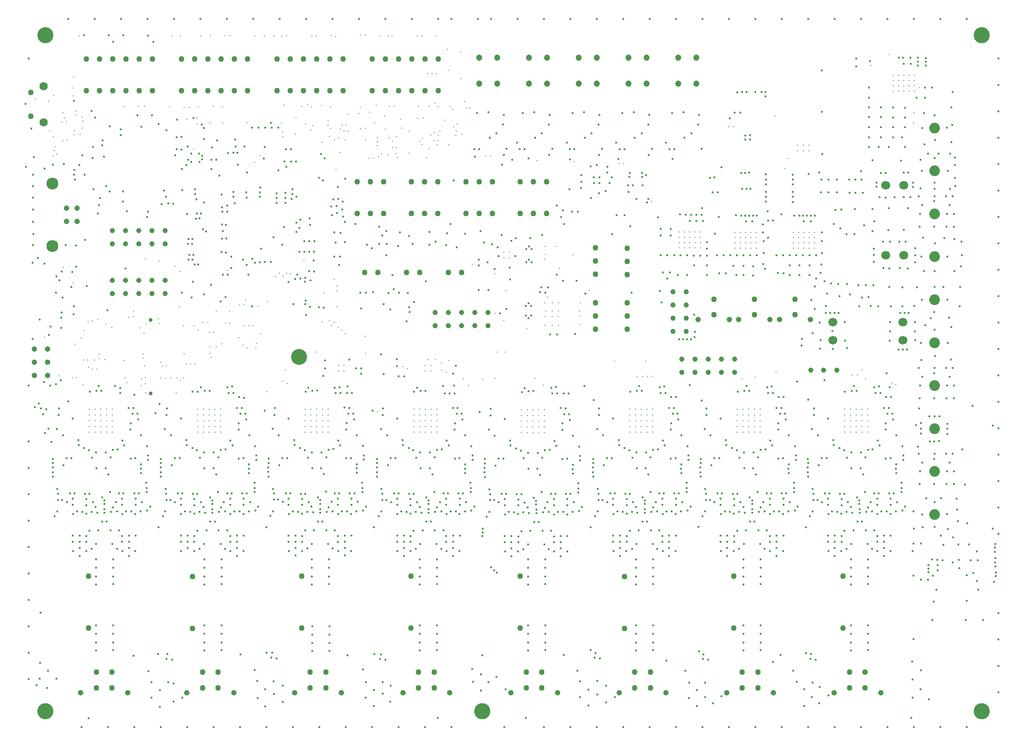
<source format=gbr>
G04 CAM350 V10.5 (Build 464) Date:  Wed Nov 01 10:35:07 2023 *
G04 Database: (Untitled) *
G04 Layer 1: drl *
%FSLAX25Y25*%
%MOIN*%
%SFA1.000B1.000*%

%MIA0B0*%
%IPPOS*%
%ADD10C,0.00984*%
%ADD11C,0.01575*%
%ADD12C,0.03937*%
%ADD13C,0.04134*%
%ADD14C,0.04331*%
%ADD15C,0.04724*%
%ADD16C,0.06299*%
%ADD17C,0.06693*%
%ADD18C,0.08071*%
%ADD19C,0.09055*%
%ADD20C,0.12205*%
%ADD21C,0.02953*%
%ADD22C,0.12008*%
%LNdrl*%
%LPD*%
G54D10*
X543337Y230848D03*
Y235179D03*
Y239510D03*
Y243841D03*
Y248171D03*
X547668D03*
X551998D03*
X556329D03*
X560660D03*
Y243841D03*
X556329D03*
X551998D03*
X547668D03*
Y239510D03*
X551998D03*
X556329D03*
X560660D03*
Y235179D03*
X556329D03*
X551998D03*
X547668D03*
Y230848D03*
X551998D03*
X556329D03*
X560660D03*
X624637D03*
X628968D03*
X633298D03*
X637629D03*
X641960D03*
Y235179D03*
X637629D03*
X633298D03*
X628968D03*
X624637D03*
Y239510D03*
X628968D03*
X633298D03*
X637629D03*
X641960D03*
Y243841D03*
X637629D03*
X633298D03*
X628968D03*
X624637D03*
Y248171D03*
X628968D03*
X633298D03*
X637629D03*
X641960D03*
X479360D03*
X475029D03*
X470698D03*
X466368D03*
X462037D03*
Y243841D03*
X466368D03*
X470698D03*
X475029D03*
X479360D03*
Y239510D03*
X475029D03*
X470698D03*
X466368D03*
X462037D03*
Y235179D03*
X466368D03*
X470698D03*
X475029D03*
X479360D03*
Y230848D03*
X475029D03*
X470698D03*
X466368D03*
X462037D03*
X397304Y230551D03*
X392973D03*
X388643D03*
X384312D03*
X379981D03*
Y234882D03*
X384312D03*
X388643D03*
X392973D03*
X397304D03*
Y239212D03*
X392973D03*
X388643D03*
X384312D03*
X379981D03*
Y243543D03*
X384312D03*
X388643D03*
X392973D03*
X397304D03*
Y247874D03*
X392973D03*
X388643D03*
X384312D03*
X379981D03*
X315777Y248171D03*
X311446D03*
X307116D03*
X302785D03*
X298454D03*
Y243841D03*
Y239510D03*
X302785D03*
X307116D03*
X311446D03*
X315777D03*
Y243841D03*
X311446D03*
X307116D03*
X302785D03*
Y235179D03*
X298454D03*
Y230848D03*
X302785D03*
X307116D03*
Y235179D03*
X311446D03*
X315777D03*
Y230848D03*
X311446D03*
X271358Y246654D03*
X233721Y248267D03*
Y243936D03*
Y239606D03*
Y235275D03*
Y230944D03*
X229391D03*
X225060D03*
X220729D03*
X216399D03*
Y235275D03*
X220729D03*
X225060D03*
X229391D03*
Y239606D03*
X225060D03*
X220729D03*
X216399D03*
Y243936D03*
X220729D03*
X225060D03*
X229391D03*
Y248267D03*
X225060D03*
X220729D03*
X216399D03*
X152194Y248171D03*
X147864D03*
X143533D03*
X139202D03*
X134871D03*
Y243841D03*
X139202D03*
X143533D03*
X147864D03*
X152194D03*
Y239510D03*
X147864D03*
X143533D03*
X139202D03*
X134871D03*
Y235179D03*
X139202D03*
X143533D03*
X147864D03*
X152194D03*
Y230848D03*
X147864D03*
X143533D03*
X139202D03*
X134871D03*
X70403D03*
X66072D03*
X61742D03*
X57411D03*
X53080D03*
Y235179D03*
X57411D03*
X61742D03*
X66072D03*
X70403D03*
Y239510D03*
X66072D03*
X61742D03*
X57411D03*
X53080D03*
Y243841D03*
X57411D03*
X61742D03*
X66072D03*
X70403D03*
Y248171D03*
X66072D03*
X61742D03*
X57411D03*
X53080D03*
X48163Y267027D03*
X43263Y272327D03*
X40163D03*
X29763Y273527D03*
X52263Y279927D03*
X55263Y278627D03*
X58463D03*
X56863Y285527D03*
X60263Y286627D03*
Y289791D03*
X64463Y286027D03*
X51593Y285527D03*
X48463Y285427D03*
X46763Y302327D03*
X49363Y308027D03*
X51763Y314427D03*
X55063Y315327D03*
X59413Y316218D03*
X65145Y312827D03*
X69991Y310401D03*
X82663Y317927D03*
X85812Y318678D03*
X86302Y322175D03*
X91263Y309927D03*
X94163Y305827D03*
X95663Y312827D03*
X105863Y313227D03*
X105016Y316800D03*
X124207Y311491D03*
X131940D03*
X135263Y308127D03*
X138934Y314198D03*
X142663Y313927D03*
X143663Y306527D03*
X146940Y306491D03*
X148963Y295427D03*
X143999Y295701D03*
X144204Y290691D03*
X145028Y287477D03*
X132885Y282427D03*
X129736Y282627D03*
X126297D03*
X124563Y290127D03*
X124363Y271927D03*
X121763Y270127D03*
X119263Y272027D03*
X114163D03*
X110463Y271627D03*
X106863Y271927D03*
X108163Y281027D03*
X111263Y281227D03*
X106963Y283927D03*
X94463Y281127D03*
X93463Y286827D03*
Y289995D03*
X78863Y285127D03*
X79963Y271927D03*
X81163Y268527D03*
X92163Y266373D03*
X95263Y267627D03*
Y272127D03*
X92163Y271127D03*
X95470Y261040D03*
X118663Y260727D03*
X121063Y325827D03*
X121463Y352527D03*
X117563Y356427D03*
X105700Y360427D03*
X95163Y362327D03*
X33063Y355927D03*
X40465Y344408D03*
X42063Y297727D03*
X19063Y303027D03*
X153363Y298027D03*
X169163Y296827D03*
X172223Y294547D03*
X166363Y302427D03*
X170289Y311522D03*
X173463Y311527D03*
X159163Y313427D03*
X156063Y313747D03*
X158763Y322351D03*
X149063Y322527D03*
X166663Y327362D03*
X169799Y327479D03*
X171099Y330967D03*
X157744Y353596D03*
X193463Y349027D03*
X196463Y351227D03*
X199563Y349227D03*
X202263Y351127D03*
X205363Y350827D03*
X215363Y361027D03*
X238363Y346527D03*
X240263Y341427D03*
Y337927D03*
X230663Y336527D03*
X240263Y325827D03*
X237763Y314327D03*
X234663Y315307D03*
X236263Y311427D03*
X241423Y310327D03*
X243956Y308398D03*
X246461Y305753D03*
X261463Y303427D03*
X261855Y290546D03*
X245641Y281435D03*
Y277104D03*
X241310D03*
Y281435D03*
X224573Y291527D03*
X228796Y314584D03*
X176663Y311427D03*
X182594Y305427D03*
X179163Y298327D03*
X178963Y294827D03*
X180663Y326127D03*
X187563Y329927D03*
X201373Y278027D03*
X199263Y269427D03*
X202598Y267927D03*
X187423Y261727D03*
X290326Y280475D03*
X293563Y278927D03*
X307086Y277205D03*
X311417D03*
Y281536D03*
X307086D03*
X309363Y285927D03*
X314865Y285967D03*
X319263Y283127D03*
X319428Y277855D03*
X322763Y276327D03*
X324873Y285096D03*
X335902Y271127D03*
X339963Y266127D03*
X350562Y270977D03*
X359813Y271577D03*
X361642Y291548D03*
X367542D03*
X366473Y315427D03*
X360039Y320965D03*
X368110Y338386D03*
X359547Y350886D03*
X366727Y362946D03*
X371058D03*
Y367276D03*
X366727D03*
X398263Y365727D03*
X397563Y362027D03*
X398063Y371727D03*
X405963Y371627D03*
X418763Y365227D03*
X408463Y354827D03*
X408363Y328927D03*
X403163D03*
X397463D03*
X399508Y333268D03*
X398163Y322727D03*
X397563Y318427D03*
X403163D03*
Y322727D03*
X407863Y323027D03*
X408063Y318427D03*
Y311827D03*
X403163D03*
X397563D03*
X383863Y309727D03*
X424263Y312527D03*
X423963Y318873D03*
Y322427D03*
X424578Y328876D03*
X431102Y338288D03*
X450129Y284683D03*
X473863Y284464D03*
X475163Y273327D03*
X479063Y273217D03*
X471555Y272858D03*
X467263Y272827D03*
X396563Y266527D03*
X390363Y271727D03*
X342716Y357763D03*
X478263Y405727D03*
X499362Y382549D03*
Y378549D03*
Y374550D03*
Y370550D03*
X503362D03*
X507362D03*
Y374550D03*
Y378549D03*
Y382549D03*
X511362D03*
X515362D03*
Y378549D03*
X511362D03*
Y374550D03*
X515362D03*
Y370550D03*
X511362D03*
X503362Y374550D03*
Y378549D03*
Y382549D03*
X541712Y382149D03*
Y378150D03*
Y374150D03*
Y370150D03*
X545712D03*
X549712D03*
Y374150D03*
Y378150D03*
Y382149D03*
X553712D03*
X557712D03*
Y378150D03*
X553712D03*
Y374150D03*
X557712D03*
Y370150D03*
X553712D03*
X545712Y374150D03*
Y378150D03*
Y382149D03*
X585711Y382150D03*
X589711D03*
Y378150D03*
X585711D03*
Y374150D03*
X589711D03*
Y370150D03*
X585711D03*
X593711D03*
X597711D03*
X601711D03*
Y374150D03*
X597711D03*
Y378150D03*
X601711D03*
Y382150D03*
X597711D03*
X593711D03*
Y378150D03*
Y374150D03*
X572612Y276255D03*
X556963Y272727D03*
X547003Y271063D03*
X630373Y274327D03*
X634263Y274227D03*
X637463Y277827D03*
X640387Y271278D03*
X660363Y268127D03*
X663289Y266927D03*
X676563Y465327D03*
X676763Y472927D03*
X677292Y489397D03*
Y493397D03*
Y497397D03*
Y501397D03*
X673292D03*
X669292D03*
Y497397D03*
Y493397D03*
Y489397D03*
X673292D03*
Y493397D03*
Y497397D03*
X665292D03*
Y493397D03*
Y489397D03*
X661292D03*
Y493397D03*
Y497397D03*
Y501397D03*
X665292D03*
X658363Y517027D03*
X644259Y508708D03*
X681100Y491865D03*
X597452Y448110D03*
X593121D03*
X588790D03*
Y443779D03*
X593121D03*
X597452D03*
X581821Y438244D03*
X579329Y430547D03*
X571910Y470313D03*
X540700Y462127D03*
X536763D03*
X457177Y434251D03*
X454063Y434627D03*
X419563Y435827D03*
X391663Y436427D03*
X356331Y440392D03*
X352963Y440027D03*
X334863Y456427D03*
X330363Y455627D03*
X330463Y458827D03*
X331263Y464127D03*
X338563Y476527D03*
X341063D03*
X336911Y481327D03*
X333863Y498927D03*
Y518527D03*
X323763Y521027D03*
X324563Y504900D03*
X315563Y502227D03*
X312363Y502527D03*
X309063D03*
X309763Y477527D03*
X316806D03*
X314463Y480027D03*
X325782Y477638D03*
X327817Y475603D03*
X328663Y462326D03*
X322063Y467127D03*
X318363Y458927D03*
X316863Y456027D03*
X316563Y451527D03*
X313463Y451427D03*
X315963Y448427D03*
X309963Y445738D03*
X304663Y448727D03*
X302863Y451327D03*
X304963Y453627D03*
X311363Y455927D03*
X313963Y457927D03*
X305663Y469027D03*
X301663Y468727D03*
X301963Y477527D03*
X283490Y477627D03*
X279763D03*
X276163Y470527D03*
X276913Y460560D03*
X280063Y453866D03*
X282383Y451327D03*
X282263Y446527D03*
X285363Y446427D03*
X284763Y441927D03*
X285813Y438827D03*
X278463Y440827D03*
X273963Y441727D03*
X271463Y439827D03*
X267814Y438478D03*
X264563Y438327D03*
X270463Y447927D03*
X270763Y451027D03*
X271063Y454127D03*
X262063Y452527D03*
X261812Y461326D03*
X257863Y460927D03*
X248563Y458927D03*
X245463D03*
X242763Y460727D03*
X244263Y463627D03*
X247363D03*
X248263Y471427D03*
X256963Y472127D03*
X257763Y477027D03*
X264763Y473227D03*
X269763Y478627D03*
X268963Y465127D03*
X288363Y467927D03*
X289121Y461354D03*
X295063Y459027D03*
X285263Y454827D03*
X294863Y442327D03*
X308163Y439027D03*
X325063Y448727D03*
X246587Y452288D03*
X241263Y454027D03*
X238672Y452288D03*
X234663Y455027D03*
X235147Y460927D03*
X233463Y463627D03*
Y466727D03*
X235463Y477127D03*
X228691Y478227D03*
X220763Y477127D03*
X218063Y479227D03*
X213563Y477627D03*
X209263Y469127D03*
X216663Y464127D03*
X221863Y463245D03*
X220463Y460027D03*
X208763Y456727D03*
X199363Y458427D03*
Y454527D03*
X198250Y464790D03*
X200263Y478427D03*
X198703Y531017D03*
X202363Y531227D03*
X192663Y531027D03*
X185163D03*
X177963D03*
X221163D03*
X224663D03*
X235763Y531227D03*
X239363Y530727D03*
X258073Y531427D03*
X261863D03*
X272663Y531027D03*
X278763Y530927D03*
X282063D03*
X300802Y530878D03*
X304490Y530827D03*
X315502Y530778D03*
X242663Y442627D03*
X239663Y429927D03*
X229071Y450550D03*
X181963Y440427D03*
X178063Y435131D03*
X172363Y465227D03*
X154063Y465127D03*
X143963D03*
X134363Y464427D03*
X134263Y468927D03*
X126563Y467827D03*
X128263Y476927D03*
X124545Y476980D03*
X135363Y477027D03*
X146463Y477527D03*
X153736Y477227D03*
X113653Y477517D03*
X94627Y477791D03*
X90063Y477427D03*
X78990Y477455D03*
X47713Y469527D03*
X48063Y466427D03*
X47563Y461327D03*
X45763Y456827D03*
X40771Y456229D03*
X41700Y459200D03*
X36163Y452227D03*
X32963Y451627D03*
X27063Y447127D03*
X26100Y444100D03*
X28163Y441727D03*
X25510Y439966D03*
X25463Y454827D03*
X22853Y459353D03*
X32363Y465827D03*
X35663Y466327D03*
X33763Y468827D03*
X32909Y472804D03*
X42800Y474101D03*
X43063Y470927D03*
X40663Y485527D03*
X40063Y491427D03*
X40963Y500027D03*
X25763Y486078D03*
X22063Y481627D03*
X45241Y531406D03*
X115623Y530895D03*
X121963Y531327D03*
X137263Y530927D03*
X144463Y531627D03*
X155563Y531127D03*
X159263D03*
X131963Y445527D03*
X12063Y483327D03*
G54D11*
X7000Y44001D03*
X15248Y44197D03*
X12792Y39157D03*
X15445Y56304D03*
X7000Y64000D03*
Y84001D03*
X15912Y94302D03*
X21744Y50201D03*
X28043Y44197D03*
X20760Y37406D03*
X52416Y14274D03*
X47000Y7500D03*
X67000D03*
X87000D03*
X107000D03*
X106291Y23036D03*
X106094Y35733D03*
X100090Y41653D03*
X97433Y50004D03*
X104988Y62868D03*
X111930Y62791D03*
X111306Y59359D03*
X115440Y58735D03*
X116626Y40457D03*
X112689Y41540D03*
X116532Y26776D03*
X123319Y30024D03*
X99992Y29827D03*
X86212Y61520D03*
X70844Y65936D03*
Y71743D03*
Y78337D03*
Y84538D03*
X57855D03*
Y78337D03*
Y71743D03*
Y65736D03*
X139787D03*
Y71743D03*
Y78337D03*
Y84538D03*
X152775D03*
Y78337D03*
Y71743D03*
Y65936D03*
X167315Y62504D03*
X167000Y7500D03*
X147000D03*
X127000D03*
X187000D03*
X185917Y23134D03*
X180208Y29729D03*
X185974Y36126D03*
X192512Y32682D03*
X192315Y42277D03*
X199134Y38784D03*
Y26481D03*
X207000Y7500D03*
X227000D03*
X247000D03*
X267000D03*
X268201Y23430D03*
Y35733D03*
X274893Y32947D03*
X274992Y41737D03*
X280799Y38784D03*
X280602Y26875D03*
X262000Y29827D03*
X262393Y41730D03*
X259835Y51382D03*
X268632Y62791D03*
X273482Y62652D03*
X272858Y59220D03*
X276992Y58596D03*
X248220Y62012D03*
X234745Y65336D03*
Y71143D03*
Y77738D03*
Y83938D03*
X221756D03*
Y77738D03*
Y71143D03*
Y65136D03*
X191192Y63797D03*
X190568Y60365D03*
X194702Y59741D03*
X186888Y64039D03*
X177945Y51087D03*
X179913Y42426D03*
X287000Y7500D03*
X307000D03*
X316724Y14473D03*
X327000Y7500D03*
X316030Y65936D03*
Y71743D03*
Y78337D03*
Y84538D03*
X303041D03*
Y78337D03*
Y71743D03*
Y65736D03*
X350220Y61777D03*
X349106Y47642D03*
X342512Y51579D03*
X343201Y41835D03*
X355012Y41540D03*
X360819Y45674D03*
X367905Y36422D03*
X349303Y35339D03*
X367000Y7500D03*
X383161Y14473D03*
X397000Y7500D03*
X417000D03*
X437000D03*
X457000D03*
X477000D03*
X450681Y30418D03*
X443976Y26284D03*
X437393Y32288D03*
X437295Y42524D03*
X443976Y39079D03*
X430738Y36028D03*
X424401Y30123D03*
Y42327D03*
X422138Y50161D03*
X411803Y62406D03*
X397797Y65936D03*
Y71743D03*
Y78337D03*
Y84538D03*
X384808D03*
Y78337D03*
Y71743D03*
Y65736D03*
X432276Y66066D03*
X435826Y63587D03*
X435202Y60155D03*
X439336Y59531D03*
X466653Y65736D03*
Y71743D03*
Y78337D03*
Y84538D03*
X479642D03*
Y78337D03*
Y71743D03*
Y65936D03*
X430504Y23823D03*
X506685Y29434D03*
X506882Y41245D03*
X512492Y35634D03*
X518890Y30319D03*
X525018Y25497D03*
X531094Y30812D03*
X518791Y41245D03*
X517102Y59297D03*
X517726Y62729D03*
X514098Y64974D03*
X521236Y58673D03*
X503830Y50300D03*
X489559Y57780D03*
X512689Y23430D03*
X517000Y7500D03*
X497000D03*
X537000D03*
X557000D03*
X577000D03*
X597000D03*
X593992Y23430D03*
X599598Y30319D03*
X605307Y25497D03*
X605504Y37898D03*
X600287Y41343D03*
X593988Y36126D03*
X588181Y41807D03*
X585523Y50103D03*
X575976Y62406D03*
X570169Y56993D03*
X561059Y65936D03*
Y71743D03*
Y78337D03*
Y84538D03*
X548070D03*
Y78337D03*
Y71743D03*
Y65736D03*
X595140Y63493D03*
X599080Y62807D03*
X598456Y59375D03*
X602590Y58751D03*
X629221Y65736D03*
Y71743D03*
Y78337D03*
Y84538D03*
X642210D03*
Y78337D03*
Y71743D03*
Y65936D03*
X637000Y7500D03*
X617000D03*
X612098Y31697D03*
X675976Y29827D03*
X681882Y36347D03*
X675779Y43705D03*
X682275Y50595D03*
X675681Y57386D03*
X676626Y74419D03*
X690822Y88459D03*
X716301Y88693D03*
X729354Y88666D03*
X741000Y94001D03*
Y74001D03*
Y54001D03*
Y34000D03*
X717000Y7500D03*
X697000D03*
X677000D03*
X675090Y14742D03*
X657000Y7500D03*
X688194Y28704D03*
X691914Y102733D03*
X694020Y111703D03*
X691368Y122311D03*
X687858Y124807D03*
X687780Y127615D03*
Y130267D03*
X694878Y130345D03*
X694722Y134167D03*
X698466Y134011D03*
X690744Y134635D03*
X694956Y126133D03*
X687546Y119191D03*
X682164Y119249D03*
X676468Y122249D03*
X675924Y140875D03*
X676704Y146569D03*
X682320D03*
X683436Y158939D03*
X676884Y158081D03*
X676572Y170795D03*
X683202Y168611D03*
X686166Y181013D03*
X692484Y177971D03*
X697632Y180935D03*
X709254Y180467D03*
X709722Y172121D03*
X710268Y163697D03*
X717132Y161903D03*
X718668Y145867D03*
X710712Y145945D03*
X706524Y151295D03*
X702702Y157613D03*
X697164Y152621D03*
X699402Y145555D03*
X706290Y132419D03*
X711024Y134323D03*
X711336Y127849D03*
X716952Y122701D03*
X721866Y124417D03*
X724440Y118333D03*
X725610Y111703D03*
X716871Y103392D03*
X719760Y134089D03*
X725298D03*
X724752Y140719D03*
X738402Y140251D03*
Y143449D03*
X738480Y146413D03*
X741000Y154000D03*
X736632Y158081D03*
X741000Y174001D03*
Y194001D03*
Y214000D03*
Y234000D03*
X736710Y236003D03*
X741000Y254001D03*
X721188Y250823D03*
X707226Y256673D03*
X701532D03*
X692328D03*
X681096D03*
X680940Y248951D03*
X682110Y237797D03*
X682344Y233741D03*
X682266Y229763D03*
X678600Y236237D03*
X688662Y243023D03*
X692484D03*
X696150D03*
X702234Y237329D03*
Y233663D03*
Y229529D03*
X695994Y224147D03*
X692406Y224069D03*
X689052D03*
X692484Y214605D03*
X692406Y210705D03*
X683124Y207897D03*
X681486Y201345D03*
X681096Y191673D03*
X692328D03*
X701532D03*
X707226D03*
X715572Y191231D03*
X707382Y201345D03*
X701922D03*
X703794Y207897D03*
X701298Y214605D03*
X706368D03*
X713466Y217907D03*
X679848Y220091D03*
X680628Y214605D03*
X668956Y213153D03*
Y210053D03*
X663457Y206653D03*
X663356Y203353D03*
X663457Y200053D03*
X667556Y192653D03*
X667668Y188453D03*
Y185474D03*
X661664Y184489D03*
X658317Y184470D03*
X659400Y180435D03*
Y175907D03*
X664258Y178073D03*
X663289Y170808D03*
X668215Y171601D03*
X670375Y174548D03*
X659253Y168938D03*
X656301Y170808D03*
X652313D03*
X649361Y168938D03*
X645325Y170808D03*
X642256Y173953D03*
X644356Y178073D03*
X649214Y175907D03*
Y180435D03*
X650297Y184470D03*
X646950Y184489D03*
Y156536D03*
X649214Y152297D03*
Y147770D03*
X654332Y147973D03*
Y152501D03*
X659400Y152482D03*
X659253Y140985D03*
X654332Y143248D03*
Y137343D03*
X649361Y140800D03*
X645325Y142670D03*
X692484Y159173D03*
X701922Y168767D03*
X738480Y135571D03*
X738402Y132295D03*
X738558Y129253D03*
X738870Y124651D03*
X738948Y121843D03*
X737544Y117631D03*
X659256Y211153D03*
X655657Y211053D03*
X650957Y220953D03*
X649440Y224608D03*
X645756Y218053D03*
X655562Y232876D03*
X655719Y237738D03*
X661357Y240453D03*
X660680Y244786D03*
X657038Y244884D03*
X657924Y249313D03*
X654282Y249412D03*
X655907Y257520D03*
X659549D03*
X663556Y228553D03*
X668160Y220349D03*
X642156Y217453D03*
X636832Y215588D03*
X640357Y211953D03*
X636657Y203453D03*
X638657Y199053D03*
X629756Y203453D03*
X626387Y211653D03*
X629521Y215588D03*
X624157Y217153D03*
X620621Y218801D03*
X616389Y221262D03*
X616026Y224918D03*
X604357Y228553D03*
X599755Y233368D03*
X601144Y243910D03*
X601330Y249018D03*
X596941Y255516D03*
X578249Y257520D03*
X574607D03*
X572982Y249412D03*
X576624Y249313D03*
X575738Y244884D03*
X579380Y244786D03*
X580056Y240453D03*
X574420Y237738D03*
X574262Y232876D03*
X582257Y228553D03*
X586861Y220349D03*
X587656Y213153D03*
Y210053D03*
X582156Y206653D03*
X582057Y203353D03*
X582156Y200053D03*
X586256Y192653D03*
X586368Y188453D03*
Y185474D03*
X580364Y184489D03*
X577017Y184470D03*
X578100Y180435D03*
Y175907D03*
X582958Y178073D03*
X581989Y170808D03*
X586915Y171601D03*
X589075Y174548D03*
X600101Y170814D03*
X598230Y167363D03*
X595116Y158971D03*
X611965Y152482D03*
Y147955D03*
X617033Y147973D03*
Y152501D03*
X622151Y152297D03*
Y147770D03*
X622005Y140800D03*
X626040Y142670D03*
X629434Y146103D03*
X629218Y134499D03*
X629221Y128298D03*
Y121704D03*
Y115696D03*
X642210Y115896D03*
Y121704D03*
Y128298D03*
X642213Y134499D03*
X641931Y146103D03*
X640454Y156536D03*
X631301Y156438D03*
X624415Y156351D03*
X622049Y169134D03*
X619052Y170623D03*
X615064Y170808D03*
X612112Y168938D03*
X611965Y175907D03*
Y180435D03*
X613048Y184470D03*
X609701Y184489D03*
X607383Y178091D03*
X603889Y179741D03*
X600936D03*
X600838Y184352D03*
X600256Y187953D03*
X596857Y197253D03*
X596656Y200753D03*
Y204153D03*
X596857Y207553D03*
X596756Y210753D03*
X607258Y211234D03*
X610877Y211124D03*
X604957Y205853D03*
X577956Y211153D03*
X574357Y211053D03*
X569656Y220953D03*
X568140Y224608D03*
X564457Y218053D03*
X560856Y217453D03*
X555532Y215588D03*
X559056Y211953D03*
X555356Y203453D03*
X557357Y199053D03*
X548456Y203453D03*
X545087Y211653D03*
X548221Y215588D03*
X542856Y217153D03*
X539321Y218801D03*
X535089Y221262D03*
X534726Y224918D03*
X523056Y228553D03*
X518455Y233368D03*
X519844Y243910D03*
X520030Y249018D03*
X516134Y254926D03*
X496949Y257520D03*
X493307D03*
X491682Y249412D03*
X495324Y249313D03*
X494438Y244884D03*
X498080Y244786D03*
X498757Y240453D03*
X493120Y237738D03*
X492962Y232876D03*
X500957Y228553D03*
X505560Y220349D03*
X506357Y213153D03*
Y210053D03*
X500856Y206653D03*
X500757Y203353D03*
X500856Y200053D03*
X504956Y192653D03*
X505068Y188453D03*
Y185474D03*
X499064Y184489D03*
X495717Y184470D03*
X496800Y180435D03*
Y175907D03*
X501658Y178073D03*
X500689Y170808D03*
X505615Y171601D03*
X507775Y174548D03*
X518801Y170814D03*
X516930Y167363D03*
X513762Y159127D03*
X530665Y152482D03*
Y147955D03*
X535733Y147973D03*
Y152501D03*
X540851Y152297D03*
Y147770D03*
X540705Y140800D03*
X544740Y142670D03*
X548135Y146103D03*
X548067Y134499D03*
X548070Y128298D03*
Y121704D03*
Y115696D03*
X561059Y115896D03*
Y121704D03*
Y128298D03*
X561062Y134499D03*
X564025Y142670D03*
X568061Y140800D03*
X567914Y147770D03*
Y152297D03*
X573032Y152501D03*
Y147973D03*
Y143248D03*
Y137343D03*
X577953Y140985D03*
X578100Y152482D03*
X565650Y156536D03*
X559154D03*
X550001Y156438D03*
X543115Y156351D03*
X540749Y169134D03*
X537752Y170623D03*
X533764Y170808D03*
X530812Y168938D03*
X530665Y175907D03*
Y180435D03*
X531748Y184470D03*
X528401Y184489D03*
X526083Y178091D03*
X522589Y179741D03*
X519636D03*
X519538Y184352D03*
X518956Y187953D03*
X515557Y197253D03*
X515356Y200753D03*
Y204153D03*
X515557Y207553D03*
X515456Y210753D03*
X525958Y211234D03*
X529577Y211124D03*
X523657Y205853D03*
X496657Y211153D03*
X493057Y211053D03*
X488356Y220953D03*
X486840Y224608D03*
X487697Y184470D03*
X486614Y180435D03*
Y175907D03*
X486760Y168938D03*
X489713Y170808D03*
X493701D03*
X496653Y168938D03*
X496800Y152482D03*
X491732Y152501D03*
Y147973D03*
Y143248D03*
Y137343D03*
X486760Y140800D03*
X486614Y147770D03*
Y152297D03*
X496653Y140985D03*
X530812D03*
X535733Y143248D03*
Y137343D03*
X560631Y146103D03*
X556300Y163130D03*
X552855D03*
X554557Y169823D03*
Y172481D03*
X554430Y176602D03*
Y179370D03*
X552757Y181553D03*
X558757Y185753D03*
X565650Y184489D03*
X568997Y184470D03*
X567914Y180435D03*
Y175907D03*
X563056Y178073D03*
X560956Y173953D03*
X559556Y170553D03*
X564025Y170808D03*
X568061Y168938D03*
X571013Y170808D03*
X575001D03*
X577953Y168938D03*
X549057Y170053D03*
X544740Y170623D03*
X547856Y174353D03*
X545709Y177888D03*
X540851Y175723D03*
Y180250D03*
X539768Y184286D03*
X543115Y184304D03*
X530660Y241242D03*
X611960D03*
X621068Y184286D03*
X624415Y184304D03*
X622151Y180250D03*
Y175723D03*
X627009Y177888D03*
X629157Y174353D03*
X630356Y170053D03*
X626040Y170623D03*
X635857Y169823D03*
Y172481D03*
X635730Y176602D03*
Y179370D03*
X634056Y181553D03*
X640056Y185753D03*
X640857Y170553D03*
X637600Y163130D03*
X634155D03*
X617033Y143248D03*
Y137343D03*
X612112Y140985D03*
X482725Y142670D03*
X479331Y146103D03*
X477854Y156536D03*
X484350D03*
X468701Y156438D03*
X461815Y156351D03*
X459551Y152297D03*
Y147770D03*
X454433Y147973D03*
Y152501D03*
X449365Y152482D03*
Y147955D03*
X449512Y140985D03*
X454433Y143248D03*
Y137343D03*
X459405Y140800D03*
X463440Y142670D03*
X466834Y146103D03*
X466650Y134499D03*
X466653Y128298D03*
Y121704D03*
Y115696D03*
X479642Y115896D03*
Y121704D03*
Y128298D03*
X479646Y134499D03*
X475000Y163130D03*
X471555D03*
X473256Y169823D03*
Y172481D03*
X473130Y176602D03*
Y179370D03*
X471457Y181553D03*
X477456Y185753D03*
X484350Y184489D03*
X481756Y178073D03*
X479656Y173953D03*
X478257Y170553D03*
X482725Y170808D03*
X467756Y170053D03*
X463440Y170623D03*
X459449Y169134D03*
X456452Y170623D03*
X452464Y170808D03*
X449512Y168938D03*
X449365Y175907D03*
Y180435D03*
X450448Y184470D03*
X447101Y184489D03*
X444783Y178091D03*
X441289Y179741D03*
X438336D03*
X438238Y184352D03*
X437656Y187953D03*
X434256Y197253D03*
X434056Y200753D03*
Y204153D03*
X434256Y207553D03*
X434157Y210753D03*
X424301Y209755D03*
Y212855D03*
X423505Y220052D03*
X418901Y228256D03*
X410907Y232578D03*
X411064Y237441D03*
X416701Y240155D03*
X416025Y244488D03*
X412383Y244586D03*
X413269Y249015D03*
X409627Y249114D03*
X438730Y249018D03*
X438544Y243910D03*
X437155Y233368D03*
X441757Y228553D03*
X453426Y224918D03*
X453789Y221262D03*
X458021Y218801D03*
X461556Y217153D03*
X466921Y215588D03*
X463787Y211653D03*
X467156Y203453D03*
X474056D03*
X476057Y199053D03*
X477757Y211953D03*
X474232Y215588D03*
X479557Y217453D03*
X483157Y218053D03*
X448277Y211124D03*
X444658Y211234D03*
X442357Y205853D03*
X418801Y206355D03*
X418701Y203056D03*
X418801Y199756D03*
X422901Y192356D03*
X423012Y188156D03*
Y185177D03*
X417008Y184191D03*
X413662Y184173D03*
X414744Y180137D03*
Y175610D03*
X419602Y177775D03*
X418633Y170510D03*
X423559Y171304D03*
X425720Y174250D03*
X437501Y170814D03*
X435630Y167363D03*
X432174Y158815D03*
X414744Y152185D03*
X409677Y152203D03*
Y147675D03*
Y142951D03*
Y137045D03*
X404705Y140502D03*
X400670Y142372D03*
X397275Y145805D03*
X404558Y147472D03*
Y152000D03*
X402295Y156238D03*
X395799D03*
X386645Y156140D03*
X379759Y156053D03*
X377496Y152000D03*
Y147472D03*
X372377Y147675D03*
Y152203D03*
X367310Y152185D03*
Y147657D03*
X367456Y140687D03*
X372377Y142951D03*
Y137045D03*
X377349Y140502D03*
X381384Y142372D03*
X384779Y145805D03*
X384804Y134499D03*
X384808Y128298D03*
Y121704D03*
Y115696D03*
X397797Y115896D03*
Y121704D03*
Y128298D03*
X397800Y134499D03*
X414598Y140687D03*
Y168640D03*
X411645Y170510D03*
X407658D03*
X404705Y168640D03*
X400670Y170510D03*
X396201Y170255D03*
X397601Y173655D03*
X399701Y177775D03*
X404558Y175610D03*
Y180137D03*
X405641Y184173D03*
X402295Y184191D03*
X395401Y185456D03*
X389401Y181256D03*
X391074Y179073D03*
Y176304D03*
X391201Y172183D03*
Y169526D03*
X385701Y169756D03*
X381384Y170325D03*
X377393Y168837D03*
X374396Y170325D03*
X370409Y170510D03*
X367456Y168640D03*
X367310Y175610D03*
Y180137D03*
X368392Y184173D03*
X365046Y184191D03*
X362728Y177793D03*
X359233Y179443D03*
X356280D03*
X356182Y184055D03*
X355601Y187656D03*
X352201Y196956D03*
X352001Y200455D03*
Y203856D03*
X352201Y207256D03*
X352101Y210456D03*
X342774Y210053D03*
Y213153D03*
X341978Y220349D03*
X337374Y228553D03*
X335174Y240453D03*
X334498Y244786D03*
X330856Y244884D03*
X331742Y249313D03*
X348122Y246363D03*
X356674Y248720D03*
X356488Y243613D03*
X355099Y233070D03*
X359701Y228256D03*
X371371Y224620D03*
X371733Y220964D03*
X375966Y218503D03*
X379501Y216856D03*
X384866Y215290D03*
X381732Y211356D03*
X385101Y203155D03*
X392001D03*
X394001Y198756D03*
X395701Y211655D03*
X392177Y215290D03*
X397501Y217155D03*
X401101Y217756D03*
X406301Y220656D03*
X404784Y224311D03*
X411001Y210756D03*
X414601Y210856D03*
X366221Y210826D03*
X362602Y210936D03*
X360301Y205555D03*
X337274Y206653D03*
X337174Y203353D03*
X337274Y200053D03*
X341374Y192653D03*
X341485Y188453D03*
Y185474D03*
X335481Y184489D03*
X332135Y184470D03*
X333217Y180435D03*
Y175907D03*
X338075Y178073D03*
X337106Y170808D03*
X342032Y171601D03*
X344193Y174548D03*
X355446Y170516D03*
X353574Y167065D03*
X350610Y157873D03*
X350454Y155064D03*
X350376Y152257D03*
X333217Y152482D03*
X333071Y140985D03*
Y168938D03*
X330118Y170808D03*
X333074Y211153D03*
X367304Y240944D03*
X376413Y183988D03*
X379759Y184006D03*
X377496Y179952D03*
Y175425D03*
X382353Y177590D03*
X384501Y174055D03*
X389499Y162833D03*
X392944D03*
X361296Y124488D03*
X359112Y126360D03*
X356909Y128563D03*
X459551Y175723D03*
Y180250D03*
X458468Y184286D03*
X461815Y184304D03*
X464409Y177888D03*
X466557Y174353D03*
X449360Y241242D03*
X434638Y255418D03*
X328100Y249412D03*
X329537Y237738D03*
X329379Y232876D03*
X323257Y224608D03*
X324774Y220953D03*
X319574Y218053D03*
X315974Y217453D03*
X310650Y215588D03*
X314174Y211953D03*
X310474Y203453D03*
X312474Y199053D03*
X303574Y203453D03*
X300205Y211653D03*
X303338Y215588D03*
X297974Y217153D03*
X294438Y218801D03*
X290206Y221262D03*
X289844Y224918D03*
X278174Y228553D03*
X273572Y233368D03*
X274961Y243910D03*
X275147Y249018D03*
X267413Y247150D03*
X252442Y244881D03*
X248800Y244980D03*
X249686Y249409D03*
X246044Y249507D03*
X247481Y237834D03*
X247324Y232972D03*
X255318Y228649D03*
X259922Y220445D03*
X260718Y213249D03*
Y210149D03*
X255218Y206749D03*
X255118Y203449D03*
X255218Y200149D03*
X259318Y192749D03*
X259429Y188549D03*
Y185570D03*
X253425Y184585D03*
X250079Y184566D03*
X251162Y180531D03*
Y176003D03*
X256019Y178169D03*
X255051Y170904D03*
X259977Y171697D03*
X262137Y174644D03*
X273919Y170814D03*
X272047Y167363D03*
X268374Y158893D03*
X251162Y152578D03*
X246094Y152596D03*
Y148069D03*
Y143344D03*
Y137439D03*
X241122Y140896D03*
X237087Y142766D03*
X233692Y146199D03*
X240976Y147866D03*
Y152393D03*
X238712Y156632D03*
X232216D03*
X223062Y156533D03*
X216177Y156447D03*
X213913Y152393D03*
Y147866D03*
X208795Y148069D03*
Y152596D03*
X203727Y152578D03*
Y148051D03*
X203873Y141081D03*
X208795Y143344D03*
Y137439D03*
X213766Y140896D03*
X217802Y142766D03*
X221196Y146199D03*
X221153Y134499D03*
X221156Y128298D03*
Y121704D03*
Y115696D03*
X234145Y115896D03*
Y121704D03*
Y128298D03*
X234148Y134499D03*
X251015Y141081D03*
Y169033D03*
X248062Y170904D03*
X244075D03*
X241122Y169033D03*
X237087Y170904D03*
X232618Y170649D03*
X234018Y174049D03*
X236118Y178169D03*
X240976Y176003D03*
Y180531D03*
X242058Y184566D03*
X238712Y184585D03*
X231818Y185849D03*
X225818Y181649D03*
X227492Y179466D03*
Y176698D03*
X227618Y172577D03*
Y169919D03*
X222118Y170149D03*
X217802Y170718D03*
X213810Y169230D03*
X210814Y170718D03*
X206826Y170904D03*
X203873Y169033D03*
X203727Y176003D03*
Y180531D03*
X204810Y184566D03*
X201463Y184585D03*
X199145Y178187D03*
X195651Y179836D03*
X192698D03*
X192599Y184448D03*
X192018Y188049D03*
X188618Y197349D03*
X188418Y200849D03*
Y204249D03*
X188618Y207649D03*
X188518Y210849D03*
X179191Y210053D03*
Y213153D03*
X178395Y220349D03*
X173791Y228553D03*
X173691Y206653D03*
X173591Y203353D03*
X173691Y200053D03*
X177791Y192653D03*
X177902Y188453D03*
Y185474D03*
X174492Y178073D03*
X173524Y170808D03*
X178449Y171601D03*
X180610Y174548D03*
X191863Y170910D03*
X189992Y167459D03*
X186864Y158971D03*
X225917Y163226D03*
X229362D03*
X220918Y174449D03*
X218771Y177984D03*
X213913Y175819D03*
Y180346D03*
X212830Y184382D03*
X216177Y184400D03*
X221518Y203549D03*
X228418D03*
X230418Y199149D03*
X232118Y212049D03*
X228594Y215684D03*
X233918Y217549D03*
X237518Y218149D03*
X242718Y221049D03*
X241202Y224704D03*
X247418Y211149D03*
X251018Y211249D03*
X270574Y210753D03*
X270674Y207553D03*
X270474Y204153D03*
Y200753D03*
X270674Y197253D03*
X274074Y187953D03*
X274655Y184352D03*
X274753Y179741D03*
X277706D03*
X281201Y178091D03*
X285783Y175907D03*
Y180435D03*
X286865Y184470D03*
X283519Y184489D03*
X294886Y184286D03*
X298232Y184304D03*
X295968Y180250D03*
Y175723D03*
X295866Y169134D03*
X292869Y170623D03*
X288882Y170808D03*
X285929Y168938D03*
X299857Y170623D03*
X304174Y170053D03*
X302974Y174353D03*
X300826Y177888D03*
X309547Y176602D03*
Y179370D03*
X307874Y181553D03*
X313874Y185753D03*
X320768Y184489D03*
X324114Y184470D03*
X323031Y180435D03*
Y175907D03*
X318174Y178073D03*
X316074Y173953D03*
X314674Y170553D03*
X319142Y170808D03*
X323178Y168938D03*
X326131Y170808D03*
X309674Y169823D03*
Y172481D03*
X307972Y163130D03*
X311417D03*
X314271Y156536D03*
X320768D03*
X323031Y152297D03*
Y147770D03*
X328150Y147973D03*
Y152501D03*
Y143248D03*
Y137343D03*
X323178Y140800D03*
X319142Y142670D03*
X315748Y146103D03*
X316033Y134499D03*
X316030Y128298D03*
Y121704D03*
Y115896D03*
X303041Y115696D03*
Y121704D03*
Y128298D03*
X303037Y134499D03*
X299857Y142670D03*
X295822Y140800D03*
X295968Y147770D03*
Y152297D03*
X290850Y152501D03*
Y147973D03*
Y143248D03*
Y137343D03*
X285929Y140985D03*
X285783Y147955D03*
Y152482D03*
X298232Y156351D03*
X305118Y156438D03*
X303252Y146103D03*
X284694Y211124D03*
X281075Y211234D03*
X278774Y205853D03*
X285777Y241242D03*
X253118Y240549D03*
X203721Y241338D03*
X192906Y244006D03*
X193092Y249114D03*
X185720Y247347D03*
X191517Y233464D03*
X196118Y228649D03*
X207788Y225014D03*
X208151Y221358D03*
X212383Y218897D03*
X215918Y217249D03*
X221283Y215684D03*
X218149Y211749D03*
X202639Y211220D03*
X199019Y211330D03*
X196718Y205949D03*
X329474Y211053D03*
X169491Y211153D03*
X165891Y211053D03*
X161191Y220953D03*
X159675Y224608D03*
X155991Y218053D03*
X152391Y217453D03*
X147067Y215588D03*
X150591Y211953D03*
X146891Y203453D03*
X148891Y199053D03*
X139991Y203453D03*
X136622Y211653D03*
X139756Y215588D03*
X134391Y217153D03*
X130856Y218801D03*
X126623Y221262D03*
X126261Y224918D03*
X114591Y228553D03*
X109990Y233368D03*
X111378Y243910D03*
X111564Y249018D03*
X106000Y252300D03*
X102775Y245228D03*
X89123Y244786D03*
X85482Y244884D03*
X86368Y249313D03*
X82726Y249412D03*
X84163Y237738D03*
X84005Y232876D03*
X92000Y228553D03*
X96604Y220349D03*
X97400Y213153D03*
Y210053D03*
X91900Y206653D03*
X91800Y203353D03*
X91900Y200053D03*
X96000Y192653D03*
X96111Y188453D03*
Y185474D03*
X90107Y184489D03*
X86761Y184470D03*
X87843Y180435D03*
Y175907D03*
X92701Y178073D03*
X91732Y170808D03*
X96658Y171601D03*
X98819Y174548D03*
X110336Y170814D03*
X108464Y167363D03*
X105276Y158815D03*
X122200Y152482D03*
Y147955D03*
X127268Y147973D03*
Y152501D03*
X132386Y152297D03*
Y147770D03*
X132239Y140800D03*
X136275Y142670D03*
X139669Y146103D03*
X139783Y134499D03*
X139787Y128298D03*
Y121704D03*
Y115696D03*
X152775Y115896D03*
Y121704D03*
Y128298D03*
X152779Y134499D03*
X155560Y142670D03*
X159595Y140800D03*
X159449Y147770D03*
Y152297D03*
X164567Y152501D03*
Y147973D03*
Y143248D03*
Y137343D03*
X169488Y140985D03*
X169634Y152482D03*
X157185Y156536D03*
X150689D03*
X141535Y156438D03*
X134650Y156351D03*
X132283Y169134D03*
X129286Y170623D03*
X125299Y170808D03*
X122346Y168938D03*
X122200Y175907D03*
Y180435D03*
X123282Y184470D03*
X119936Y184489D03*
X117618Y178091D03*
X114123Y179741D03*
X111171D03*
X111072Y184352D03*
X110491Y187953D03*
X107091Y197253D03*
X106891Y200753D03*
Y204153D03*
X107091Y207553D03*
X106991Y210753D03*
X117492Y211234D03*
X121112Y211124D03*
X115191Y205853D03*
X87700Y211153D03*
X84100Y211053D03*
X79400Y220953D03*
X77883Y224608D03*
X74200Y218053D03*
X70600Y217453D03*
X65276Y215588D03*
X68800Y211953D03*
X65100Y203453D03*
X67100Y199053D03*
X58200Y203453D03*
X54831Y211653D03*
X57964Y215588D03*
X52600Y217153D03*
X49064Y218801D03*
X44832Y221262D03*
X44470Y224918D03*
X32800Y228553D03*
X28198Y233368D03*
X22017Y233519D03*
X19289Y230284D03*
X24234Y223711D03*
X25200Y210753D03*
X25300Y207553D03*
X25100Y204153D03*
Y200753D03*
X25300Y197253D03*
X28700Y187953D03*
X29281Y184352D03*
X29379Y179741D03*
X32332D03*
X35827Y178091D03*
X40409Y175907D03*
Y180435D03*
X41491Y184470D03*
X38145Y184489D03*
X49512Y184286D03*
X52858Y184304D03*
X50594Y180250D03*
Y175723D03*
X50492Y169134D03*
X47495Y170623D03*
X43508Y170808D03*
X40555Y168938D03*
X28545Y170814D03*
X26673Y167363D03*
X40409Y152482D03*
Y147955D03*
X45476Y147973D03*
Y152501D03*
X50594Y152297D03*
Y147770D03*
X50448Y140800D03*
X54483Y142670D03*
X57878Y146103D03*
X57852Y134499D03*
X57855Y128298D03*
Y121704D03*
Y115696D03*
X70844Y115896D03*
Y121704D03*
Y128298D03*
X70848Y134499D03*
X73768Y142670D03*
X77804Y140800D03*
X77657Y147770D03*
Y152297D03*
X82775Y152501D03*
Y147973D03*
Y143248D03*
Y137343D03*
X87697Y140985D03*
X87843Y152482D03*
X75393Y156536D03*
X68897D03*
X59744Y156438D03*
X52858Y156351D03*
X54483Y170623D03*
X58800Y170053D03*
X57600Y174353D03*
X55452Y177888D03*
X64173Y176602D03*
Y179370D03*
X62500Y181553D03*
X68500Y185753D03*
X75393Y184489D03*
X78740Y184470D03*
X77657Y180435D03*
Y175907D03*
X72799Y178073D03*
X70700Y173953D03*
X69300Y170553D03*
X73768Y170808D03*
X77804Y168938D03*
X80757Y170808D03*
X84744D03*
X87697Y168938D03*
X64300Y169823D03*
Y172481D03*
X62598Y163130D03*
X66043D03*
X70374Y146103D03*
X45476Y143248D03*
Y137343D03*
X40555Y140985D03*
X39320Y211124D03*
X35701Y211234D03*
X33400Y205853D03*
X29587Y243910D03*
X29773Y249018D03*
X20162Y248114D03*
X17982Y244546D03*
X40403Y241242D03*
X36803Y254138D03*
X89800Y240453D03*
X122194Y241242D03*
X165954Y237738D03*
X165797Y232876D03*
X171591Y240453D03*
X170915Y244786D03*
X167273Y244884D03*
X168159Y249313D03*
X164517Y249412D03*
X166142Y257520D03*
X169763Y257027D03*
X168552Y184470D03*
X171898Y184489D03*
X169634Y180435D03*
Y175907D03*
X169488Y168938D03*
X166535Y170808D03*
X162548D03*
X159595Y168938D03*
X155560Y170808D03*
X151091Y170553D03*
X152491Y173953D03*
X154591Y178073D03*
X159449Y175907D03*
Y180435D03*
X160531Y184470D03*
X157185Y184489D03*
X150291Y185753D03*
X144291Y181553D03*
X145964Y179370D03*
Y176602D03*
X146091Y172481D03*
Y169823D03*
X140591Y170053D03*
X136275Y170623D03*
X139391Y174353D03*
X137244Y177888D03*
X132386Y175723D03*
Y180250D03*
X131303Y184286D03*
X134650Y184304D03*
X144390Y163130D03*
X147834D03*
X152165Y146103D03*
X127268Y143248D03*
X122346Y140985D03*
X7000Y144001D03*
Y124000D03*
Y104000D03*
Y164000D03*
Y184000D03*
Y204001D03*
Y224000D03*
X11488Y249939D03*
X16225Y248803D03*
X14736Y252695D03*
X7000Y266400D03*
X9800Y301553D03*
X15300Y316401D03*
X14063Y363027D03*
X9800Y359153D03*
X10352Y372579D03*
X10466Y381005D03*
X10321Y390184D03*
X10249Y399580D03*
Y408614D03*
X60864Y408173D03*
X60273Y403055D03*
X59128Y396584D03*
X81252Y398197D03*
X78363Y405456D03*
X78225Y413386D03*
X68300Y413153D03*
X109297Y413912D03*
X111063Y409127D03*
X112524Y404155D03*
X116300Y403901D03*
X107589Y403550D03*
X97163Y398027D03*
X96750Y393997D03*
X126763Y396227D03*
X134330Y396553D03*
X137211Y396519D03*
X136400Y392901D03*
X133600Y392753D03*
X138800Y384453D03*
X141200Y383001D03*
X153800Y383353D03*
X153100Y388153D03*
X156300Y388042D03*
X156473Y377520D03*
X153337Y377507D03*
X152817Y367167D03*
X156400Y367001D03*
X160363Y363827D03*
X160169Y355246D03*
X157587Y350246D03*
X153900Y350253D03*
X145008Y342446D03*
X139693Y335360D03*
X130175Y333027D03*
X122863Y336427D03*
X131163Y344927D03*
X132438Y357963D03*
X135275Y357985D03*
X130800Y361553D03*
X127760Y361548D03*
X128660Y365096D03*
X131700Y365101D03*
X130635Y373553D03*
X127594Y373548D03*
X127800Y377353D03*
X130900D03*
X134000Y407353D03*
X132900Y411253D03*
X123347Y414356D03*
X139500Y405001D03*
X153100Y401401D03*
X153697Y397766D03*
X157381Y397771D03*
X157163Y402427D03*
X162800Y404253D03*
X161891Y409129D03*
X161900Y412901D03*
X171751Y412699D03*
X171900Y408453D03*
X153000Y410975D03*
X169094Y361654D03*
X172055Y357437D03*
X173327Y350412D03*
X156019Y333411D03*
X152263Y330027D03*
X157325Y264891D03*
X160925Y265591D03*
X161811Y260473D03*
X158163Y260527D03*
X143782Y262420D03*
X140140Y262321D03*
X137149Y265025D03*
X134990Y261616D03*
X130763Y261527D03*
X86947Y259311D03*
X76378Y260571D03*
X76100Y264201D03*
X72200Y265900D03*
X60039Y265886D03*
X58348Y262321D03*
X61990Y262420D03*
X53198Y261616D03*
X31363Y270227D03*
X27618Y267414D03*
X23299Y266278D03*
X18674Y268855D03*
X22263Y304727D03*
X23700Y310853D03*
X31563Y309999D03*
Y317627D03*
X31826Y321627D03*
X41000Y320101D03*
X41400Y326201D03*
X32700Y332801D03*
X27500Y336501D03*
X30300Y345953D03*
X27963Y348827D03*
X31863Y352727D03*
X39790Y352151D03*
X43063Y356327D03*
X42860Y372241D03*
X34890Y372434D03*
X49429Y376637D03*
X50900Y341553D03*
X39371Y340901D03*
X18799Y358588D03*
X80263Y354827D03*
X66425Y323273D03*
X175763Y326327D03*
X207163Y327794D03*
X216385Y327894D03*
X216483Y330749D03*
X219928Y326024D03*
X226663Y325627D03*
X230363Y325127D03*
X216978Y319524D03*
X215963Y345027D03*
X216363Y348027D03*
X212437Y347249D03*
X208463Y347027D03*
X210363Y350327D03*
X219263Y352927D03*
X222892Y352630D03*
X222563Y361027D03*
X223038Y367592D03*
X219412Y367649D03*
X215708Y367486D03*
X211909Y367461D03*
X215719Y375591D03*
X219389Y375675D03*
X223118Y375682D03*
X219854Y387833D03*
X219657Y392951D03*
X212663Y392027D03*
X209663Y389527D03*
X212000Y385601D03*
X209618Y382715D03*
X200122Y386103D03*
X198913Y373076D03*
X192120Y378732D03*
X182775Y370020D03*
X181988Y359489D03*
X185617Y359876D03*
X190256D03*
X178092Y359102D03*
X176100Y362201D03*
X203748Y344671D03*
X220127Y345927D03*
X241963Y357627D03*
X242663Y364027D03*
X238259Y364018D03*
X239283Y374662D03*
X246323Y375042D03*
X242976Y382031D03*
X238161Y382321D03*
X236684Y395154D03*
X240326Y396789D03*
X239826Y402405D03*
X235775Y401905D03*
X237570Y407321D03*
X241170Y407449D03*
X244460Y405648D03*
X244263Y399545D03*
X244846Y394137D03*
X246225Y390102D03*
X254099Y388428D03*
X272210Y386755D03*
X277578Y383221D03*
X274572Y379963D03*
X272407Y373467D03*
X277968Y373471D03*
X277432Y364801D03*
X286586Y371789D03*
X287865Y382419D03*
X295005Y379556D03*
X297708Y373463D03*
X310208Y372971D03*
X314791Y375320D03*
X322807Y372675D03*
X323539Y381718D03*
X326110Y388706D03*
X310174Y382647D03*
X307747Y345313D03*
X293968Y336160D03*
X287252Y336738D03*
X283281Y339289D03*
X279246Y336237D03*
X275455Y327977D03*
X280673Y323874D03*
X295083Y325735D03*
X295247Y322085D03*
X292885Y314801D03*
X298440Y329643D03*
X282356Y349889D03*
X267485Y336851D03*
X262373Y336652D03*
X257944D03*
X258638Y324748D03*
X258633Y279270D03*
Y275234D03*
X254499Y279270D03*
X249571Y285963D03*
X231300Y285372D03*
Y279270D03*
X229998Y273475D03*
X225309Y262516D03*
X221667Y262417D03*
X218732Y264604D03*
X216517Y261712D03*
X239421Y260608D03*
X243022Y260598D03*
X242393Y264801D03*
X238744Y264702D03*
X248291Y265686D03*
X248077Y260569D03*
X251723Y260517D03*
X275425Y274939D03*
X286783Y273364D03*
X291114D03*
X285602Y281041D03*
X285624Y286258D03*
X273498Y289804D03*
X300787Y264508D03*
X298572Y261616D03*
X303722Y262321D03*
X307364Y262420D03*
X321842Y260339D03*
X325562Y260372D03*
X329303D03*
X328953Y266155D03*
X320563Y266027D03*
X328363Y275127D03*
X266507Y370215D03*
X263038Y372906D03*
X209561Y409133D03*
X206063Y407727D03*
X206613Y411417D03*
X201286Y412101D03*
X201274Y408183D03*
X201300Y404501D03*
X194437Y404533D03*
X194440Y408135D03*
X194437Y411816D03*
X182007Y412710D03*
X182000Y409101D03*
X337331Y381324D03*
X349043Y383096D03*
X351575Y374548D03*
X357647Y373270D03*
X361920Y370865D03*
X362495Y364324D03*
X359716Y354467D03*
X354104Y359588D03*
X347665Y357346D03*
X347468Y361680D03*
X347476Y338639D03*
X354990Y338721D03*
X371272Y346691D03*
X370861Y355648D03*
X375290Y364324D03*
X385530Y361677D03*
X383580Y359649D03*
X387480D03*
Y369649D03*
X383580D03*
X385530Y371677D03*
X386684Y377793D03*
X395444Y380254D03*
X375463Y377896D03*
X372412Y375829D03*
X364962Y380303D03*
X330933Y371088D03*
X363653Y320805D03*
X368563Y324327D03*
X383333Y326534D03*
X387233D03*
X385283Y328562D03*
X383333Y319294D03*
X387233D03*
X385283Y317266D03*
X393968Y337048D03*
X397807Y336553D03*
X400070Y340687D03*
X394854D03*
X406566Y350136D03*
X411390Y345513D03*
X421557Y345578D03*
X428220Y335963D03*
X463259Y336553D03*
X484668Y337903D03*
X485882Y329368D03*
X485412Y364850D03*
Y379850D03*
Y384850D03*
X483249Y393449D03*
X474812Y404950D03*
X476055Y407450D03*
X466838Y407527D03*
X460863Y413027D03*
X443673Y413719D03*
X438653Y411848D03*
X432649Y408108D03*
X422708Y397971D03*
X418279D03*
X411291Y399053D03*
X409913Y393837D03*
X412373Y388719D03*
X406580Y402611D03*
X452039Y395116D03*
X457846Y395313D03*
X462177Y387045D03*
X448692Y380942D03*
X420427Y305327D03*
X406814Y304911D03*
X401686Y304802D03*
X402491Y264604D03*
X406035Y265293D03*
X406850Y260176D03*
X403220Y260214D03*
X411950Y260176D03*
X415550Y260126D03*
X427433Y265785D03*
X462155Y261616D03*
X467305Y262321D03*
X470947Y262420D03*
X468996Y265886D03*
X484547Y264902D03*
X485335Y260571D03*
X388891Y262122D03*
X385249Y262024D03*
X382314Y264211D03*
X380099Y261318D03*
X330260Y281357D03*
X488090Y265591D03*
X488976Y260473D03*
X507363Y266627D03*
X508239Y301317D03*
X505287D03*
X502334D03*
X499184D03*
X510973Y303027D03*
X511291Y306829D03*
X510531Y320079D03*
X505412Y349850D03*
X498342D03*
X492098Y351908D03*
X487078Y351809D03*
X490113Y347375D03*
X490412Y364850D03*
X495492D03*
X500412D03*
X505412D03*
X510412Y364650D03*
X515412D03*
X520412Y364450D03*
Y369850D03*
Y374850D03*
X526180Y381275D03*
X529231Y393775D03*
X542235Y395153D03*
X546259Y395055D03*
X549212D03*
X552164D03*
X555117D03*
X557952Y395023D03*
X554712Y390650D03*
X549812Y390550D03*
X562570Y388423D03*
Y382149D03*
X563112Y375750D03*
X566691Y378351D03*
X566591Y391351D03*
X570391Y391251D03*
X576480Y395843D03*
X586177Y395055D03*
X590102D03*
X593055D03*
X596008D03*
X598961D03*
X601913D03*
X598911Y390651D03*
X593611Y390751D03*
X607111Y382350D03*
Y375751D03*
Y366651D03*
X602912Y364850D03*
X597912D03*
X592912D03*
X587912D03*
X582912D03*
X577912D03*
X572912D03*
X563112Y366650D03*
X557912Y364850D03*
X552912D03*
X547912D03*
X542912D03*
X537912D03*
X532912D03*
X527912D03*
X520412Y357350D03*
Y349850D03*
X529598Y351120D03*
X534617Y351219D03*
X542517Y349850D03*
X547912D03*
Y356776D03*
X540412D03*
X555412Y356450D03*
Y349565D03*
X564342Y354467D03*
X562812Y358150D03*
X574086Y351514D03*
X578121Y351415D03*
X582912Y349850D03*
Y357350D03*
X590412D03*
X597912D03*
Y349850D03*
X602912Y347350D03*
X601766Y341303D03*
X609135Y345278D03*
X614328Y343487D03*
X619710Y343409D03*
X626184Y343331D03*
X635039Y342422D03*
X640650D03*
X637494Y333035D03*
X635466Y326405D03*
X628446Y335219D03*
X620724Y333815D03*
X611364Y336077D03*
X610218Y326477D03*
Y321309D03*
X613466D03*
X616813D03*
X620061D03*
X624468Y314393D03*
X624780Y300275D03*
X626184Y294581D03*
X615498Y293957D03*
X605826Y294113D03*
X606138Y300587D03*
X600394Y306004D03*
X592299Y301646D03*
X591973Y296527D03*
X588606Y269227D03*
X609267Y270298D03*
X624755Y261616D03*
X629905Y262321D03*
X633547Y262420D03*
X631596Y265886D03*
X615264Y307529D03*
X605514Y314081D03*
X602082Y324377D03*
X599352Y330861D03*
X606111Y351651D03*
X607011Y357951D03*
X590412Y349850D03*
X585119Y405352D03*
Y409191D03*
Y412931D03*
X564843Y413029D03*
Y409191D03*
Y405451D03*
X566410Y398367D03*
X617604Y399179D03*
X622050Y399491D03*
X632190Y399881D03*
X632658Y412283D03*
X628290D03*
X618540Y412439D03*
X612360D03*
X606684D03*
X638352Y412283D03*
X639210Y387479D03*
X632034Y381083D03*
X625872D03*
X621270Y385373D03*
X616200Y388727D03*
X517303Y391010D03*
X512312Y391050D03*
Y395550D03*
X516312D03*
X516704Y400726D03*
X508312Y395550D03*
X504312D03*
X499862Y395786D03*
X507412Y391050D03*
X492912Y384850D03*
Y379850D03*
X510650Y357350D03*
X524659Y412716D03*
X528658Y412637D03*
X543455Y261616D03*
X548605Y262321D03*
X552247Y262420D03*
X550296Y265886D03*
X565847Y264902D03*
X569390Y265591D03*
X570276Y260473D03*
X566635Y260571D03*
X647934D03*
X651576Y260473D03*
X650690Y265591D03*
X647063Y264927D03*
X658608Y265051D03*
X656231Y275427D03*
X658476Y300275D03*
X658944Y307139D03*
X659022Y314237D03*
X659529Y326378D03*
X668110D03*
X666466Y321309D03*
X669813D03*
X673061D03*
X677274Y326717D03*
X683046Y331241D03*
X679134Y340650D03*
X668208D03*
X658169Y340847D03*
X646358Y342422D03*
X642642Y333113D03*
X644202Y326483D03*
X649901Y326378D03*
X653796Y355109D03*
X658320Y355031D03*
X666354Y355109D03*
X672204Y355031D03*
X677820Y359633D03*
Y364953D03*
Y370163D03*
X682734Y364001D03*
X684528Y352925D03*
X692562D03*
X692640Y340835D03*
X699105Y340783D03*
X702234Y331319D03*
X711516Y326171D03*
X711896Y340783D03*
X707616Y353003D03*
X712686Y356747D03*
X713154Y365015D03*
X712998Y375389D03*
X707538Y377339D03*
X699894Y377963D03*
X701532Y386752D03*
X707226D03*
X707382Y396424D03*
X701922D03*
X703794Y402976D03*
X701298Y409684D03*
X706368D03*
X692484D03*
X692406Y405784D03*
X683124Y402976D03*
X681486Y396424D03*
X681096Y386752D03*
X692328D03*
X693030Y374063D03*
X683904Y378119D03*
X670600Y375311D03*
X665900D03*
X658900D03*
X653562D03*
X646620Y370007D03*
X646698Y365093D03*
Y359867D03*
X645684Y383423D03*
X646932Y390521D03*
X645606Y399959D03*
X657930Y400505D03*
X655716Y408687D03*
X651066Y408851D03*
X662113Y408786D03*
X669101D03*
X674232Y408929D03*
X680628Y409684D03*
X672594Y400427D03*
X669162Y384203D03*
X657696Y383813D03*
X702156Y364001D03*
X703560Y317747D03*
X705120Y310649D03*
X702546Y298715D03*
X704808Y286079D03*
X706368Y279605D03*
X701298D03*
X692484D03*
X692406Y275705D03*
X683124Y272897D03*
X681486Y266345D03*
X680628Y279605D03*
X682578Y285689D03*
X692796Y288575D03*
X692562Y308543D03*
X685698Y311819D03*
X689676Y317279D03*
X692406Y321803D03*
X677687Y314124D03*
Y307136D03*
X677785Y300738D03*
X682188Y298559D03*
X671502Y293567D03*
X668519Y293553D03*
X665418D03*
X703794Y272897D03*
X701922Y266345D03*
X707382D03*
X741000Y274000D03*
Y294001D03*
Y314001D03*
Y334001D03*
Y354000D03*
Y374000D03*
Y394001D03*
Y414001D03*
Y434001D03*
Y454000D03*
Y474000D03*
Y494001D03*
Y514001D03*
X717000Y544001D03*
X697000D03*
X677000D03*
X657000D03*
X665510Y514496D03*
X668561D03*
X669241Y509997D03*
X674441D03*
X674269Y514496D03*
X679978D03*
X680041Y511597D03*
Y508697D03*
X685938Y508485D03*
Y511485D03*
Y514385D03*
X685412Y491794D03*
X690690Y491921D03*
X685412Y484294D03*
X679063Y484127D03*
X670412Y476634D03*
Y469294D03*
Y461794D03*
X661245D03*
Y469294D03*
Y476794D03*
X652078Y476927D03*
Y469427D03*
Y461794D03*
Y454294D03*
X661245D03*
X667912D03*
X670412Y446794D03*
X657863Y446827D03*
X650412Y446794D03*
X642912D03*
Y454294D03*
Y461794D03*
Y469427D03*
Y476927D03*
Y484361D03*
Y491794D03*
X643655Y512061D03*
X645684Y436931D03*
X651846Y427415D03*
X655668D03*
X669240Y427649D03*
X672750Y427571D03*
X676287Y420006D03*
Y416659D03*
X682032Y415559D03*
X692562Y415247D03*
Y419771D03*
X704262Y415325D03*
X708396Y417119D03*
X708006Y423437D03*
Y433343D03*
Y439037D03*
X704418Y442079D03*
X695682Y442001D03*
X692562Y438491D03*
X687492Y442001D03*
X685074Y448865D03*
X692952Y452297D03*
X705120Y450503D03*
X705978Y463529D03*
X701766Y461579D03*
X692640Y470861D03*
X684450Y472733D03*
X683124Y461267D03*
X681876Y437321D03*
X682812Y428819D03*
X702546D03*
X667363Y436661D03*
X648643Y420010D03*
Y416762D03*
X705354Y476947D03*
X706346Y488581D03*
X633363Y507943D03*
X633415Y513932D03*
X637000Y544001D03*
X617000D03*
X597000D03*
X577000D03*
X557000D03*
X537000D03*
X517000D03*
X497000D03*
X494021Y472647D03*
X502599Y473147D03*
X514298Y471326D03*
X513598Y464070D03*
X508480Y457124D03*
X503362Y453876D03*
X495488Y445215D03*
X491840Y445419D03*
X489264Y450379D03*
X494256Y437977D03*
X516255Y445510D03*
X522563Y423727D03*
X526058Y424037D03*
X531356Y431441D03*
X546118Y427220D03*
X549268Y427417D03*
X552319Y427516D03*
X553402Y415212D03*
X550154Y415311D03*
X546906Y415212D03*
X564843Y418541D03*
Y422281D03*
Y426120D03*
X585119Y426021D03*
Y422281D03*
Y418443D03*
X597323Y426466D03*
X605296Y427647D03*
X606762Y422189D03*
X612360D03*
X618618D03*
X627900Y422423D03*
X632502D03*
X637338D03*
X637063Y428527D03*
X607757Y441722D03*
X607166Y473711D03*
X607363Y504911D03*
X564548Y488620D03*
X561629D03*
X557027Y488633D03*
X550178Y488620D03*
X547028D03*
X543328Y488420D03*
X541271Y472960D03*
X545471D03*
X537627Y468651D03*
X549391Y455636D03*
X549293Y452584D03*
X552836D03*
Y455832D03*
X564548Y485372D03*
X476598Y471326D03*
X475898Y464070D03*
X470780Y457124D03*
X465662Y453876D03*
X457788Y445215D03*
X454140Y445419D03*
X451590Y450333D03*
X453306Y437977D03*
X445051Y431927D03*
X444798Y427634D03*
X448369Y423802D03*
X446597Y419668D03*
X439019Y419523D03*
X434816Y419532D03*
X434688Y423854D03*
X439019D03*
X436980Y433108D03*
X432255Y432419D03*
X425197Y425639D03*
X425139Y420455D03*
X424873Y416081D03*
X416381Y414996D03*
X416490Y437665D03*
X416440Y445419D03*
X420088Y445215D03*
X414176Y450333D03*
X403156Y445510D03*
X400985Y440990D03*
X385408Y438360D03*
X382388Y445215D03*
X378740Y445419D03*
X376676Y450334D03*
X368656Y445510D03*
X366486Y440990D03*
X365241Y433727D03*
X372887Y437127D03*
X344663Y439527D03*
X344240Y445419D03*
X347888Y445215D03*
X355762Y453876D03*
X360880Y457124D03*
X365999Y464070D03*
X366699Y471326D03*
X354999Y473147D03*
X346421Y472647D03*
X380921D03*
X389499Y473147D03*
X401198Y471326D03*
X400498Y464070D03*
X395380Y457124D03*
X390262Y453876D03*
X427962D03*
X433080Y457124D03*
X438198Y464070D03*
X438898Y471326D03*
X427199Y473147D03*
X418621Y472647D03*
X456321D03*
X464899Y473147D03*
X478556Y445510D03*
X476385Y440990D03*
X474363Y425527D03*
X471315Y424151D03*
X471115Y427151D03*
X461815Y427251D03*
X461715Y424103D03*
X460626Y417821D03*
X464215Y417951D03*
X471615Y417803D03*
X438685Y440990D03*
X440856Y445510D03*
X437000Y544001D03*
X417000D03*
X397000D03*
X377000D03*
X357000D03*
X347000D03*
X457000D03*
X477000D03*
X327000D03*
X317000D03*
X297000D03*
X277000D03*
X257000D03*
X237000D03*
X217000D03*
X197000D03*
X177000D03*
X175900Y461490D03*
X180925Y461515D03*
X185862D03*
X190878Y461485D03*
X190263Y465127D03*
X195904Y461565D03*
X201463Y445327D03*
X205614D03*
X205500Y435853D03*
X209273Y435858D03*
X200663Y436027D03*
X201800Y431853D03*
X195848Y429401D03*
X184773Y438200D03*
X185700Y446838D03*
X182300Y416301D03*
X206615Y414920D03*
X226500Y423701D03*
X229700Y421701D03*
X241015Y416671D03*
X246730Y422960D03*
X230863Y438127D03*
X228291Y441427D03*
X328571Y421580D03*
X172385Y427564D03*
X165298Y433568D03*
X164764Y442717D03*
X161909D03*
X157800Y442153D03*
X163681Y447343D03*
X163298Y452600D03*
X170100Y447153D03*
X145663Y446627D03*
X149705Y451969D03*
X139496Y452769D03*
X139567Y461319D03*
X137795Y463977D03*
X131563Y468827D03*
X119244Y467462D03*
X119036Y454239D03*
X122731Y454540D03*
X122674Y445075D03*
X119036Y445183D03*
X117873Y440727D03*
X127573Y437339D03*
X129973Y435639D03*
X126163Y433327D03*
X123081Y430375D03*
X136100Y435653D03*
X138400Y437453D03*
Y440353D03*
X136000Y442053D03*
X129873Y442039D03*
X127163Y447227D03*
X145263Y437327D03*
X148928Y437308D03*
X145277Y430280D03*
X151130Y425104D03*
X132900Y415053D03*
X111379Y459749D03*
X105126Y464133D03*
X100262Y470965D03*
X89191D03*
X92129Y462243D03*
X76656Y460104D03*
X76699Y455931D03*
X68333Y462599D03*
X62848Y451999D03*
X62548Y448199D03*
X55563Y446827D03*
X55163Y438627D03*
X63846Y439452D03*
X47563Y440627D03*
X45198Y433101D03*
X41600Y429734D03*
X41400Y426034D03*
X41900Y422334D03*
X49200Y426034D03*
X56004Y415084D03*
X65740Y417126D03*
X33472Y433821D03*
X25158Y433757D03*
X18900Y430753D03*
X41163Y481827D03*
X54563Y474227D03*
X57162Y469326D03*
X48863Y531527D03*
X67463D03*
X71063Y526727D03*
X78563Y531727D03*
X77000Y544001D03*
X97000D03*
X97263Y531227D03*
X101163Y526727D03*
X117000Y544001D03*
X137000D03*
X157000D03*
X57000D03*
X37000D03*
X7000Y514001D03*
X4500Y479653D03*
X9078Y460935D03*
X10775Y439179D03*
X4800Y431953D03*
X10269Y425958D03*
X10334Y417386D03*
G54D12*
X70300Y336053D03*
X80300D03*
X90300D03*
X100300D03*
X110300D03*
Y346053D03*
X100300D03*
X90300D03*
X80300D03*
X70300D03*
Y373547D03*
X80300D03*
X90300D03*
X100300D03*
X110300D03*
Y383547D03*
X100300D03*
X90300D03*
X80300D03*
X70300D03*
X314476Y321639D03*
X324476D03*
Y311639D03*
X314476D03*
X334476D03*
X344476D03*
X354476D03*
Y321639D03*
X344476D03*
X334476D03*
X494587Y317264D03*
Y327264D03*
Y337264D03*
X504586D03*
Y327264D03*
Y317264D03*
Y307264D03*
X494587D03*
X501363Y286227D03*
Y276227D03*
X511363D03*
Y286227D03*
X521363D03*
Y276227D03*
X531363D03*
Y286227D03*
X541363D03*
Y276227D03*
X598912Y277778D03*
X608676D03*
X618676D03*
G54D13*
X11263Y274027D03*
Y284027D03*
Y294027D03*
X21263D03*
Y284027D03*
Y274027D03*
X35700Y390753D03*
X43600D03*
Y400674D03*
X35700D03*
G54D14*
X52307Y82457D03*
X131047Y82333D03*
X213724Y82457D03*
X296401D03*
X379079D03*
X457819Y82333D03*
X540496Y82457D03*
X623173D03*
Y121827D03*
X540496D03*
X457819Y121704D03*
X379079Y121827D03*
X296401D03*
X213724D03*
X131047Y121704D03*
X52307Y121827D03*
X261300Y352053D03*
X271300D03*
X293000D03*
X303000D03*
X324500D03*
X316750Y396653D03*
X306750D03*
X296750D03*
X275700D03*
X265700D03*
X255700D03*
X337800D03*
X347800D03*
X357800D03*
X379035D03*
X389035D03*
X399035D03*
X436023Y370473D03*
Y360473D03*
Y350473D03*
Y328898D03*
Y318898D03*
Y308898D03*
X459842D03*
Y318898D03*
Y328898D03*
Y350375D03*
Y360374D03*
Y370375D03*
X334500Y352053D03*
X337800Y420653D03*
X347800D03*
X357800D03*
X379035D03*
X389035D03*
X399035D03*
X316750D03*
X306750D03*
X296750D03*
X275700D03*
X265700D03*
X255700D03*
X244796Y489427D03*
X234796D03*
X224796D03*
X214796D03*
X204796D03*
X194796D03*
Y513727D03*
X204796D03*
X214796D03*
X224796D03*
X234796D03*
X244796D03*
X266863D03*
X276863D03*
X286863D03*
X296863D03*
X306863D03*
X316863D03*
Y489427D03*
X306863D03*
X296863D03*
X286863D03*
X276863D03*
X266863D03*
X172729D03*
X162730D03*
X152730D03*
X142730D03*
X132729D03*
X122729D03*
X100663D03*
X90663D03*
X80663D03*
X70663D03*
X60663D03*
X50663D03*
Y513727D03*
X60663D03*
X70663D03*
X80663D03*
X90663D03*
X100663D03*
X122729D03*
X132729D03*
X142730D03*
X152730D03*
X162730D03*
X172729D03*
X8600Y488153D03*
Y470353D03*
X58233Y37283D03*
Y49094D03*
X70044D03*
Y37283D03*
X138486D03*
X150297D03*
Y49094D03*
X138486D03*
X220013D03*
Y37283D03*
X231824D03*
Y49094D03*
X302068D03*
X313879D03*
Y37283D03*
X302068D03*
X383595D03*
Y49094D03*
X395406D03*
Y37283D03*
X465651D03*
X477462D03*
Y49094D03*
X465651D03*
X546951D03*
Y37283D03*
X558762D03*
Y49094D03*
X628251D03*
X640062D03*
Y37283D03*
X628251D03*
X586909Y319882D03*
Y331693D03*
X556201D03*
Y319882D03*
X525492D03*
Y331693D03*
G54D15*
X498560Y494912D03*
X512339D03*
Y514597D03*
X498560D03*
X474639D03*
X460860D03*
Y494912D03*
X474639D03*
X436940D03*
X423160D03*
Y514597D03*
X436940D03*
X399240D03*
X385460D03*
Y494912D03*
X399240D03*
X361540D03*
X347760D03*
Y514597D03*
X361540D03*
G54D16*
X18400Y465453D03*
Y493053D03*
G54D17*
X615519Y300722D03*
Y314123D03*
X668519D03*
Y300722D03*
X669100Y364953D03*
X655700D03*
Y417953D03*
X669100D03*
G54D18*
X692500Y168753D03*
Y201253D03*
Y233753D03*
Y266253D03*
Y298753D03*
Y331253D03*
Y363832D03*
Y396332D03*
Y428832D03*
Y461332D03*
G54D19*
X25000Y372053D03*
Y419375D03*
G54D20*
X19685Y19686D03*
X350394D03*
X728346D03*
Y531496D03*
X19685D03*
G54D21*
X99368Y260271D03*
Y315783D03*
G54D13*
X46422Y33582D03*
X81855D03*
X126675D03*
X162108D03*
X208202D03*
X243635D03*
X290257D03*
X325690D03*
X371784D03*
X407218D03*
X453840D03*
X489273D03*
X535140D03*
X570573D03*
X616440D03*
X651873D03*
X598720Y316182D03*
X575098D03*
X568012D03*
X544390D03*
X537303D03*
X513681D03*
G54D22*
X211573Y288027D03*
M02*

</source>
